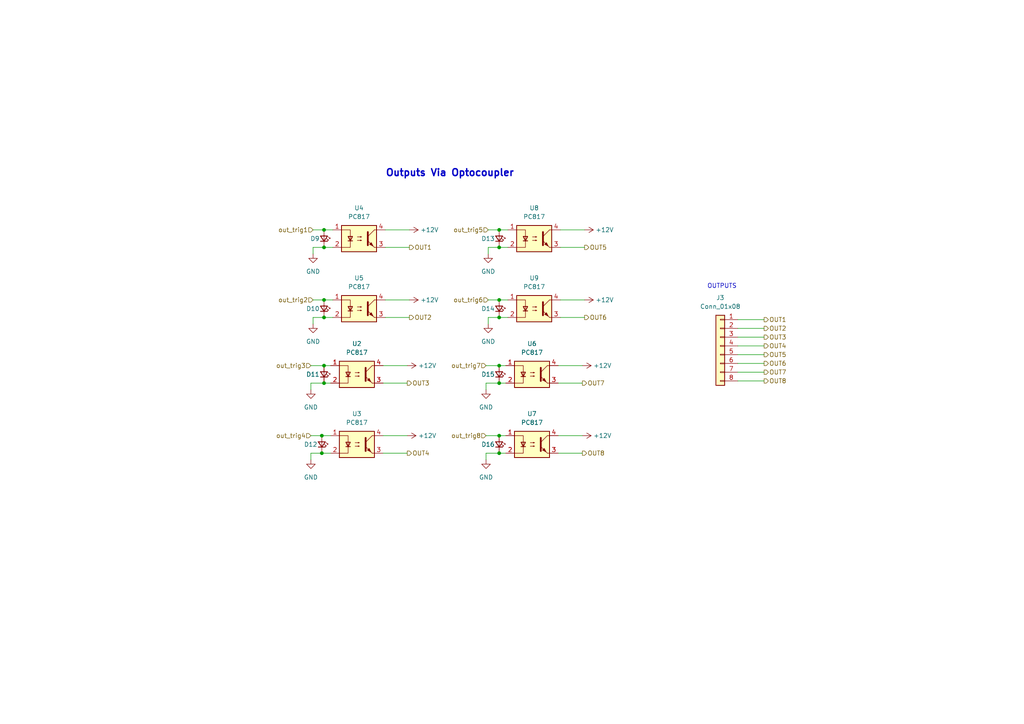
<source format=kicad_sch>
(kicad_sch (version 20231120) (generator "eeschema") (generator_version "8.0")
  (paper "A4")
  (title_block (title "Industrial Input Device") (date "2023-02-04") (rev "v01") (company "Pekaway") (comment 1 "Checked by:  Karl ") (comment 2 "Designed by: Simon ") (comment 3 "Project Lead: Karl ") (comment 4 "Industrial Input Device"))
  (lib_symbols
    (symbol "Connector_Generic:Conn_01x08" (pin_names (offset 1.016) hide)
      (property "Reference" "J" (at 0 10.16 0))
      (property "Value" "Conn_01x08" (at 0 -12.7 0))
      (symbol "Conn_01x08_1_1"
        (rectangle (start -1.27 -10.033) (end 0 -10.287) (stroke (width 0.1524)))
        (rectangle (start -1.27 -7.493) (end 0 -7.747) (stroke (width 0.1524)))
        (rectangle (start -1.27 -4.953) (end 0 -5.207) (stroke (width 0.1524)))
        (rectangle (start -1.27 -2.413) (end 0 -2.667) (stroke (width 0.1524)))
        (rectangle (start -1.27 0.127) (end 0 -0.127) (stroke (width 0.1524)))
        (rectangle (start -1.27 2.667) (end 0 2.413) (stroke (width 0.1524)))
        (rectangle (start -1.27 5.207) (end 0 4.953) (stroke (width 0.1524)))
        (rectangle (start -1.27 7.747) (end 0 7.493) (stroke (width 0.1524)))
        (rectangle (start -1.27 8.89) (end 1.27 -11.43) (stroke (width 0.254)) (fill (type background)))
        (pin passive line (at -5.08 7.62 0) (length 3.81) (name "Pin_1") (number "1"))
        (pin passive line (at -5.08 5.08 0) (length 3.81) (name "Pin_2") (number "2"))
        (pin passive line (at -5.08 2.54 0) (length 3.81) (name "Pin_3") (number "3"))
        (pin passive line (at -5.08 0 0) (length 3.81) (name "Pin_4") (number "4"))
        (pin passive line (at -5.08 -2.54 0) (length 3.81) (name "Pin_5") (number "5"))
        (pin passive line (at -5.08 -5.08 0) (length 3.81) (name "Pin_6") (number "6"))
        (pin passive line (at -5.08 -7.62 0) (length 3.81) (name "Pin_7") (number "7"))
        (pin passive line (at -5.08 -10.16 0) (length 3.81) (name "Pin_8") (number "8"))
      )
    )
    (symbol "Device:LED_Small" (pin_numbers hide) (pin_names (offset 0.254) hide)
      (property "Reference" "D" (at -1.27 3.175 0))
      (property "Value" "LED_Small" (at -4.445 -2.54 0))
      (symbol "LED_Small_0_1"
        (polyline (pts (xy -0.762 -1.016) (xy -0.762 1.016)) (stroke (width 0.254)))
        (polyline (pts (xy 1.016 0) (xy -0.762 0)))
        (polyline (pts (xy 0.762 -1.016) (xy -0.762 0) (xy 0.762 1.016) (xy 0.762 -1.016)) (stroke (width 0.254)))
        (polyline (pts (xy 0 0.762) (xy -0.508 1.27) (xy -0.254 1.27) (xy -0.508 1.27) (xy -0.508 1.016)))
        (polyline (pts (xy 0.508 1.27) (xy 0 1.778) (xy 0.254 1.778) (xy 0 1.778) (xy 0 1.524)))
      )
      (symbol "LED_Small_1_1"
        (pin passive line (at -2.54 0 0) (length 1.778) (name "K") (number "1"))
        (pin passive line (at 2.54 0 180) (length 1.778) (name "A") (number "2"))
      )
    )
    (symbol "Isolator:PC817" (pin_names (offset 1.016))
      (property "Reference" "U" (at -5.08 5.08 0))
      (property "Value" "PC817" (at 0 5.08 0))
      (symbol "PC817_0_1"
        (rectangle (start -5.08 3.81) (end 5.08 -3.81) (stroke (width 0.254)) (fill (type background)))
        (polyline (pts (xy -3.175 -0.635) (xy -1.905 -0.635)) (stroke (width 0.254)))
        (polyline (pts (xy 2.54 0.635) (xy 4.445 2.54)))
        (polyline (pts (xy 4.445 -2.54) (xy 2.54 -0.635)) (fill (type outline)))
        (polyline (pts (xy 4.445 -2.54) (xy 5.08 -2.54)))
        (polyline (pts (xy 4.445 2.54) (xy 5.08 2.54)))
        (polyline (pts (xy -5.08 2.54) (xy -2.54 2.54) (xy -2.54 -0.635)))
        (polyline (pts (xy -2.54 -0.635) (xy -2.54 -2.54) (xy -5.08 -2.54)))
        (polyline (pts (xy 2.54 1.905) (xy 2.54 -1.905) (xy 2.54 -1.905)) (stroke (width 0.508)))
        (polyline (pts (xy -2.54 -0.635) (xy -3.175 0.635) (xy -1.905 0.635) (xy -2.54 -0.635)) (stroke (width 0.254)))
        (polyline (pts (xy -0.508 -0.508) (xy 0.762 -0.508) (xy 0.381 -0.635) (xy 0.381 -0.381) (xy 0.762 -0.508)))
        (polyline (pts (xy -0.508 0.508) (xy 0.762 0.508) (xy 0.381 0.381) (xy 0.381 0.635) (xy 0.762 0.508)))
        (polyline (pts (xy 3.048 -1.651) (xy 3.556 -1.143) (xy 4.064 -2.159) (xy 3.048 -1.651) (xy 3.048 -1.651)) (fill (type outline)))
      )
      (symbol "PC817_1_1"
        (pin passive line (at -7.62 2.54 0) (length 2.54) (name "~") (number "1"))
        (pin passive line (at -7.62 -2.54 0) (length 2.54) (name "~") (number "2"))
        (pin passive line (at 7.62 -2.54 180) (length 2.54) (name "~") (number "3"))
        (pin passive line (at 7.62 2.54 180) (length 2.54) (name "~") (number "4"))
      )
    )
    (symbol "power:+12V" (power) (pin_names (offset 0))
      (property "Value" "+12V" (at 0 3.556 0))
      (symbol "+12V_0_1"
        (polyline (pts (xy -0.762 1.27) (xy 0 2.54)))
        (polyline (pts (xy 0 0) (xy 0 2.54)))
        (polyline (pts (xy 0 2.54) (xy 0.762 1.27)))
      )
      (symbol "+12V_1_1"
        (pin power_in line (at 0 0 90) (length 0) hide (name "+12V") (number "1"))
      )
    )
    (symbol "power:GND" (power) (pin_names (offset 0))
      (property "Value" "GND" (at 0 -3.81 0))
      (symbol "GND_0_1"
        (polyline (pts (xy 0 0) (xy 0 -1.27) (xy 1.27 -1.27) (xy 0 -2.54) (xy -1.27 -1.27) (xy 0 -1.27)))
      )
      (symbol "GND_1_1"
        (pin power_in line (at 0 0 270) (length 0) hide (name "GND") (number "1"))
      )
    )
  )
  (junction (at 93.98 111.125))
  (junction (at 93.345 131.445))
  (junction (at 93.98 66.675))
  (junction (at 93.98 71.755))
  (junction (at 144.78 66.675))
  (junction (at 93.345 126.365))
  (junction (at 93.98 106.045))
  (junction (at 144.78 106.045))
  (junction (at 93.98 92.075))
  (junction (at 144.78 71.755))
  (junction (at 144.78 86.995))
  (junction (at 93.98 86.995))
  (junction (at 144.78 131.445))
  (junction (at 144.78 111.125))
  (junction (at 144.78 92.075))
  (junction (at 144.78 126.365))
  (wire (pts (xy 90.17 126.365) (xy 93.345 126.365)))
  (wire (pts (xy 162.56 71.755) (xy 169.545 71.755)))
  (wire (pts (xy 161.925 131.445) (xy 168.91 131.445)))
  (wire (pts (xy 144.78 66.675) (xy 147.32 66.675)))
  (wire (pts (xy 147.32 92.075) (xy 144.78 92.075)))
  (wire (pts (xy 111.125 126.365) (xy 118.11 126.365)))
  (wire (pts (xy 93.98 66.675) (xy 96.52 66.675)))
  (wire (pts (xy 213.995 92.71) (xy 221.615 92.71)))
  (wire (pts (xy 162.56 92.075) (xy 169.545 92.075)))
  (wire (pts (xy 146.685 131.445) (xy 144.78 131.445)))
  (wire (pts (xy 140.97 106.045) (xy 144.78 106.045)))
  (wire (pts (xy 95.885 111.125) (xy 93.98 111.125)))
  (wire (pts (xy 93.345 131.445) (xy 90.17 131.445)))
  (wire (pts (xy 144.78 131.445) (xy 140.97 131.445)))
  (wire (pts (xy 141.605 66.675) (xy 144.78 66.675)))
  (wire (pts (xy 111.125 131.445) (xy 118.11 131.445)))
  (wire (pts (xy 93.98 71.755) (xy 90.805 71.755)))
  (wire (pts (xy 90.805 92.075) (xy 90.805 93.98)))
  (wire (pts (xy 213.995 105.41) (xy 221.615 105.41)))
  (wire (pts (xy 213.995 95.25) (xy 221.615 95.25)))
  (wire (pts (xy 93.98 86.995) (xy 96.52 86.995)))
  (wire (pts (xy 140.97 126.365) (xy 144.78 126.365)))
  (wire (pts (xy 111.76 86.995) (xy 118.745 86.995)))
  (wire (pts (xy 95.885 131.445) (xy 93.345 131.445)))
  (wire (pts (xy 213.995 107.95) (xy 221.615 107.95)))
  (wire (pts (xy 213.995 97.79) (xy 221.615 97.79)))
  (wire (pts (xy 90.17 106.045) (xy 93.98 106.045)))
  (wire (pts (xy 90.17 111.125) (xy 90.17 113.03)))
  (wire (pts (xy 90.805 66.675) (xy 93.98 66.675)))
  (wire (pts (xy 90.17 131.445) (xy 90.17 133.35)))
  (wire (pts (xy 96.52 71.755) (xy 93.98 71.755)))
  (wire (pts (xy 161.925 106.045) (xy 168.91 106.045)))
  (wire (pts (xy 147.32 71.755) (xy 144.78 71.755)))
  (wire (pts (xy 213.995 100.33) (xy 221.615 100.33)))
  (wire (pts (xy 144.78 111.125) (xy 140.97 111.125)))
  (wire (pts (xy 213.995 102.87) (xy 221.615 102.87)))
  (wire (pts (xy 93.98 111.125) (xy 90.17 111.125)))
  (wire (pts (xy 162.56 86.995) (xy 169.545 86.995)))
  (wire (pts (xy 144.78 86.995) (xy 147.32 86.995)))
  (wire (pts (xy 111.76 66.675) (xy 118.745 66.675)))
  (wire (pts (xy 141.605 71.755) (xy 141.605 73.66)))
  (wire (pts (xy 162.56 66.675) (xy 169.545 66.675)))
  (wire (pts (xy 140.97 131.445) (xy 140.97 133.35)))
  (wire (pts (xy 144.78 126.365) (xy 146.685 126.365)))
  (wire (pts (xy 111.76 71.755) (xy 118.745 71.755)))
  (wire (pts (xy 90.805 86.995) (xy 93.98 86.995)))
  (wire (pts (xy 144.78 106.045) (xy 146.685 106.045)))
  (wire (pts (xy 93.98 92.075) (xy 96.52 92.075)))
  (wire (pts (xy 141.605 92.075) (xy 141.605 93.98)))
  (wire (pts (xy 141.605 86.995) (xy 144.78 86.995)))
  (wire (pts (xy 90.805 71.755) (xy 90.805 73.66)))
  (wire (pts (xy 111.125 111.125) (xy 118.11 111.125)))
  (wire (pts (xy 93.98 92.075) (xy 90.805 92.075)))
  (wire (pts (xy 144.78 71.755) (xy 141.605 71.755)))
  (wire (pts (xy 93.98 106.045) (xy 95.885 106.045)))
  (wire (pts (xy 140.97 111.125) (xy 140.97 113.03)))
  (wire (pts (xy 141.605 92.075) (xy 144.78 92.075)))
  (wire (pts (xy 146.685 111.125) (xy 144.78 111.125)))
  (wire (pts (xy 213.995 110.49) (xy 221.615 110.49)))
  (wire (pts (xy 161.925 111.125) (xy 168.91 111.125)))
  (wire (pts (xy 111.125 106.045) (xy 118.11 106.045)))
  (wire (pts (xy 93.345 126.365) (xy 95.885 126.365)))
  (wire (pts (xy 111.76 92.075) (xy 118.745 92.075)))
  (wire (pts (xy 161.925 126.365) (xy 168.91 126.365)))
  (text "Outputs Via Optocoupler" (at 111.76 51.435 0) (effects (font (size 2 2) (thickness 0.4) (bold yes)) (justify left bottom)))
  (text "OUTPUTS" (at 205.105 83.82 0) (effects (font (size 1.27 1.27)) (justify left bottom)))
  (hierarchical_label "out_trig8" (shape input) (at 140.97 126.365 180))
  (hierarchical_label "out_trig3" (shape input) (at 90.17 106.045 180))
  (hierarchical_label "OUT2" (shape output) (at 118.745 92.075 0))
  (hierarchical_label "OUT4" (shape output) (at 118.11 131.445 0))
  (hierarchical_label "out_trig4" (shape input) (at 90.17 126.365 180))
  (hierarchical_label "OUT6" (shape output) (at 169.545 92.075 0))
  (hierarchical_label "OUT4" (shape output) (at 221.615 100.33 0))
  (hierarchical_label "OUT3" (shape output) (at 118.11 111.125 0))
  (hierarchical_label "OUT5" (shape output) (at 221.615 102.87 0))
  (hierarchical_label "OUT5" (shape output) (at 169.545 71.755 0))
  (hierarchical_label "OUT8" (shape output) (at 221.615 110.49 0))
  (hierarchical_label "OUT8" (shape output) (at 168.91 131.445 0))
  (hierarchical_label "out_trig2" (shape input) (at 90.805 86.995 180))
  (hierarchical_label "out_trig1" (shape input) (at 90.805 66.675 180))
  (hierarchical_label "out_trig7" (shape input) (at 140.97 106.045 180))
  (hierarchical_label "OUT1" (shape output) (at 118.745 71.755 0))
  (hierarchical_label "OUT6" (shape output) (at 221.615 105.41 0))
  (hierarchical_label "out_trig5" (shape input) (at 141.605 66.675 180))
  (hierarchical_label "OUT1" (shape output) (at 221.615 92.71 0))
  (hierarchical_label "OUT3" (shape output) (at 221.615 97.79 0))
  (hierarchical_label "OUT7" (shape output) (at 221.615 107.95 0))
  (hierarchical_label "out_trig6" (shape input) (at 141.605 86.995 180))
  (hierarchical_label "OUT7" (shape output) (at 168.91 111.125 0))
  (hierarchical_label "OUT2" (shape output) (at 221.615 95.25 0))
  (symbol (lib_id "Device:LED_Small") (at 93.345 128.905 270) (mirror x) (unit 1)
    (property "Reference" "D12" (at 92.075 128.905 90) (effects (justify right)))
    (property "Value" "LED_Small" (effects (hide yes)))
    (property "Footprint" "LED_SMD:LED_0603_1608Metric" (effects (hide yes)))
  )
  (symbol (lib_id "power:GND") (at 90.805 93.98 0) (unit 1)
    (property "Reference" "#PWR012" (effects (hide yes)))
    (property "Value" "GND" (at 90.805 99.06 0))
  )
  (symbol (lib_id "Isolator:PC817") (at 154.94 89.535 0) (unit 1)
    (property "Reference" "U9" (at 154.94 80.645 0))
    (property "Value" "PC817" (at 154.94 83.185 0))
    (property "Footprint" "Package_DIP:SMDIP-4_W7.62mm-updated" (effects (hide yes)))
    (property "Datasheet" "http://www.soselectronic.cz/a_info/resource/d/pc817.pdf" (effects (hide yes)))
  )
  (symbol (lib_id "power:+12V") (at 118.745 66.675 270) (unit 1)
    (property "Reference" "#PWR019" (effects (hide yes)))
    (property "Value" "+12V" (at 121.92 66.6749 90) (effects (justify left)))
  )
  (symbol (lib_id "Device:LED_Small") (at 144.78 89.535 270) (mirror x) (unit 1)
    (property "Reference" "D14" (at 143.51 89.535 90) (effects (justify right)))
    (property "Value" "LED_Small" (effects (hide yes)))
    (property "Footprint" "LED_SMD:LED_0603_1608Metric" (effects (hide yes)))
  )
  (symbol (lib_id "Device:LED_Small") (at 93.98 108.585 270) (mirror x) (unit 1)
    (property "Reference" "D11" (at 92.71 108.585 90) (effects (justify right)))
    (property "Value" "LED_Small" (effects (hide yes)))
    (property "Footprint" "LED_SMD:LED_0603_1608Metric" (effects (hide yes)))
  )
  (symbol (lib_id "Device:LED_Small") (at 93.98 89.535 270) (mirror x) (unit 1)
    (property "Reference" "D10" (at 92.71 89.535 90) (effects (justify right)))
    (property "Value" "LED_Small" (effects (hide yes)))
    (property "Footprint" "LED_SMD:LED_0603_1608Metric" (effects (hide yes)))
  )
  (symbol (lib_id "Isolator:PC817") (at 154.305 108.585 0) (unit 1)
    (property "Reference" "U6" (at 154.305 99.695 0))
    (property "Value" "PC817" (at 154.305 102.235 0))
    (property "Footprint" "Package_DIP:SMDIP-4_W7.62mm-updated" (effects (hide yes)))
    (property "Datasheet" "http://www.soselectronic.cz/a_info/resource/d/pc817.pdf" (effects (hide yes)))
  )
  (symbol (lib_id "Isolator:PC817") (at 104.14 89.535 0) (unit 1)
    (property "Reference" "U5" (at 104.14 80.645 0))
    (property "Value" "PC817" (at 104.14 83.185 0))
    (property "Footprint" "Package_DIP:SMDIP-4_W7.62mm-updated" (effects (hide yes)))
    (property "Datasheet" "http://www.soselectronic.cz/a_info/resource/d/pc817.pdf" (effects (hide yes)))
  )
  (symbol (lib_id "power:GND") (at 141.605 93.98 0) (unit 1)
    (property "Reference" "#PWR024" (effects (hide yes)))
    (property "Value" "GND" (at 141.605 99.06 0))
  )
  (symbol (lib_id "Isolator:PC817") (at 104.14 69.215 0) (unit 1)
    (property "Reference" "U4" (at 104.14 60.325 0))
    (property "Value" "PC817" (at 104.14 62.865 0))
    (property "Footprint" "Package_DIP:SMDIP-4_W7.62mm-updated" (effects (hide yes)))
    (property "Datasheet" "http://www.soselectronic.cz/a_info/resource/d/pc817.pdf" (effects (hide yes)))
  )
  (symbol (lib_id "power:+12V") (at 169.545 66.675 270) (unit 1)
    (property "Reference" "#PWR031" (effects (hide yes)))
    (property "Value" "+12V" (at 172.72 66.6749 90) (effects (justify left)))
  )
  (symbol (lib_id "Isolator:PC817") (at 103.505 128.905 0) (unit 1)
    (property "Reference" "U3" (at 103.505 120.015 0))
    (property "Value" "PC817" (at 103.505 122.555 0))
    (property "Footprint" "Package_DIP:SMDIP-4_W7.62mm-updated" (effects (hide yes)))
    (property "Datasheet" "http://www.soselectronic.cz/a_info/resource/d/pc817.pdf" (effects (hide yes)))
  )
  (symbol (lib_id "power:GND") (at 140.97 133.35 0) (unit 1)
    (property "Reference" "#PWR022" (effects (hide yes)))
    (property "Value" "GND" (at 140.97 138.43 0))
  )
  (symbol (lib_id "Device:LED_Small") (at 144.78 128.905 270) (mirror x) (unit 1)
    (property "Reference" "D16" (at 143.51 128.905 90) (effects (justify right)))
    (property "Value" "LED_Small" (effects (hide yes)))
    (property "Footprint" "LED_SMD:LED_0603_1608Metric" (effects (hide yes)))
  )
  (symbol (lib_id "Isolator:PC817") (at 154.305 128.905 0) (unit 1)
    (property "Reference" "U7" (at 154.305 120.015 0))
    (property "Value" "PC817" (at 154.305 122.555 0))
    (property "Footprint" "Package_DIP:SMDIP-4_W7.62mm-updated" (effects (hide yes)))
    (property "Datasheet" "http://www.soselectronic.cz/a_info/resource/d/pc817.pdf" (effects (hide yes)))
  )
  (symbol (lib_id "Connector_Generic:Conn_01x08") (at 208.915 100.33 0) (mirror y) (unit 1)
    (property "Reference" "J3" (at 208.915 86.36 0))
    (property "Value" "Conn_01x08" (at 208.915 88.9 0))
    (property "Footprint" "Connector_Phoenix_MC:PhoenixContact_MC_1,5_8-G-3.81_1x08_P3.81mm_Horizontal" (effects (hide yes)))
  )
  (symbol (lib_id "Device:LED_Small") (at 144.78 108.585 270) (mirror x) (unit 1)
    (property "Reference" "D15" (at 143.51 108.585 90) (effects (justify right)))
    (property "Value" "LED_Small" (effects (hide yes)))
    (property "Footprint" "LED_SMD:LED_0603_1608Metric" (effects (hide yes)))
  )
  (symbol (lib_id "Isolator:PC817") (at 154.94 69.215 0) (unit 1)
    (property "Reference" "U8" (at 154.94 60.325 0))
    (property "Value" "PC817" (at 154.94 62.865 0))
    (property "Footprint" "Package_DIP:SMDIP-4_W7.62mm-updated" (effects (hide yes)))
    (property "Datasheet" "http://www.soselectronic.cz/a_info/resource/d/pc817.pdf" (effects (hide yes)))
  )
  (symbol (lib_id "power:+12V") (at 118.11 126.365 270) (unit 1)
    (property "Reference" "#PWR018" (effects (hide yes)))
    (property "Value" "+12V" (at 121.285 126.3649 90) (effects (justify left)))
  )
  (symbol (lib_id "power:GND") (at 140.97 113.03 0) (unit 1)
    (property "Reference" "#PWR021" (effects (hide yes)))
    (property "Value" "GND" (at 140.97 118.11 0))
  )
  (symbol (lib_id "power:GND") (at 141.605 73.66 0) (unit 1)
    (property "Reference" "#PWR023" (effects (hide yes)))
    (property "Value" "GND" (at 141.605 78.74 0))
  )
  (symbol (lib_id "Device:LED_Small") (at 93.98 69.215 270) (mirror x) (unit 1)
    (property "Reference" "D9" (at 92.71 69.215 90) (effects (justify right)))
    (property "Value" "LED_Small" (effects (hide yes)))
    (property "Footprint" "LED_SMD:LED_0603_1608Metric" (effects (hide yes)))
  )
  (symbol (lib_id "power:GND") (at 90.805 73.66 0) (unit 1)
    (property "Reference" "#PWR011" (effects (hide yes)))
    (property "Value" "GND" (at 90.805 78.74 0))
  )
  (symbol (lib_id "Device:LED_Small") (at 144.78 69.215 270) (mirror x) (unit 1)
    (property "Reference" "D13" (at 143.51 69.215 90) (effects (justify right)))
    (property "Value" "LED_Small" (effects (hide yes)))
    (property "Footprint" "LED_SMD:LED_0603_1608Metric" (effects (hide yes)))
  )
  (symbol (lib_id "power:+12V") (at 168.91 126.365 270) (unit 1)
    (property "Reference" "#PWR030" (effects (hide yes)))
    (property "Value" "+12V" (at 172.085 126.3649 90) (effects (justify left)))
  )
  (symbol (lib_id "power:+12V") (at 168.91 106.045 270) (unit 1)
    (property "Reference" "#PWR029" (effects (hide yes)))
    (property "Value" "+12V" (at 172.085 106.0449 90) (effects (justify left)))
  )
  (symbol (lib_id "Isolator:PC817") (at 103.505 108.585 0) (unit 1)
    (property "Reference" "U2" (at 103.505 99.695 0))
    (property "Value" "PC817" (at 103.505 102.235 0))
    (property "Footprint" "Package_DIP:SMDIP-4_W7.62mm-updated" (effects (hide yes)))
    (property "Datasheet" "http://www.soselectronic.cz/a_info/resource/d/pc817.pdf" (effects (hide yes)))
  )
  (symbol (lib_id "power:+12V") (at 169.545 86.995 270) (unit 1)
    (property "Reference" "#PWR032" (effects (hide yes)))
    (property "Value" "+12V" (at 172.72 86.9949 90) (effects (justify left)))
  )
  (symbol (lib_id "power:GND") (at 90.17 113.03 0) (unit 1)
    (property "Reference" "#PWR09" (effects (hide yes)))
    (property "Value" "GND" (at 90.17 118.11 0))
  )
  (symbol (lib_id "power:+12V") (at 118.745 86.995 270) (unit 1)
    (property "Reference" "#PWR020" (effects (hide yes)))
    (property "Value" "+12V" (at 121.92 86.9949 90) (effects (justify left)))
  )
  (symbol (lib_id "power:GND") (at 90.17 133.35 0) (unit 1)
    (property "Reference" "#PWR010" (effects (hide yes)))
    (property "Value" "GND" (at 90.17 138.43 0))
  )
  (symbol (lib_id "power:+12V") (at 118.11 106.045 270) (unit 1)
    (property "Reference" "#PWR017" (effects (hide yes)))
    (property "Value" "+12V" (at 121.285 106.0449 90) (effects (justify left)))
  )
)
</source>
